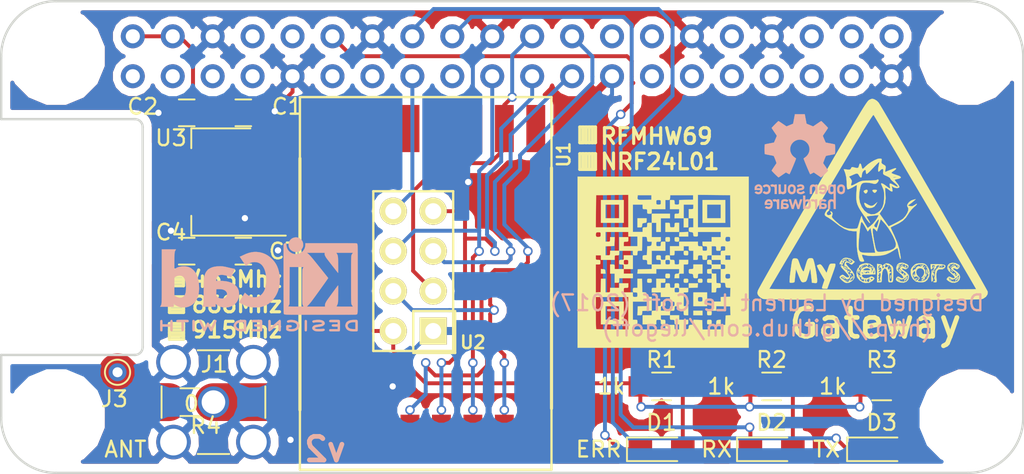
<source format=kicad_pcb>
(kicad_pcb (version 4) (host pcbnew 4.0.6)
  (layers (0 F.Cu signal) (31 B.Cu signal) (34 B.Paste user) (35 F.Paste user) (36 B.SilkS user) (37 F.SilkS user) (38 B.Mask user) (39 F.Mask user) (44 Edge.Cuts user))
  (net 0 "")
  (net 1 /L_ERR)
  (net 2 "Net-(D1-Pad2)")
  (net 3 /L_RX)
  (net 4 "Net-(D2-Pad2)")
  (net 5 /L_TX)
  (net 6 "Net-(D3-Pad2)")
  (net 7 GND)
  (net 8 /ANT)
  (net 9 "Net-(J2-Pad1)")
  (net 10 "Net-(J2-Pad3)")
  (net 11 "Net-(J2-Pad5)")
  (net 12 "Net-(J2-Pad7)")
  (net 13 "Net-(J2-Pad8)")
  (net 14 "Net-(J2-Pad10)")
  (net 15 "Net-(J2-Pad11)")
  (net 16 "Net-(J2-Pad13)")
  (net 17 /IRQ)
  (net 18 +3V3)
  (net 19 /MOSI)
  (net 20 /MISO)
  (net 21 /CE)
  (net 22 /SCLK)
  (net 23 /CS0)
  (net 24 "Net-(J2-Pad26)")
  (net 25 "Net-(J2-Pad27)")
  (net 26 "Net-(J2-Pad28)")
  (net 27 "Net-(J2-Pad29)")
  (net 28 "Net-(J2-Pad31)")
  (net 29 "Net-(J2-Pad32)")
  (net 30 "Net-(J2-Pad33)")
  (net 31 "Net-(J2-Pad35)")
  (net 32 "Net-(J2-Pad36)")
  (net 33 "Net-(J2-Pad37)")
  (net 34 "Net-(J2-Pad38)")
  (net 35 "Net-(J2-Pad40)")
  (net 36 "Net-(U1-Pad1)")
  (net 37 "Net-(U1-Pad3)")
  (net 38 "Net-(U1-Pad4)")
  (net 39 "Net-(U1-Pad5)")
  (net 40 "Net-(U1-Pad6)")
  (net 41 "Net-(U1-Pad7)")
  (net 42 "Net-(U1-Pad16)")
  (net 43 "Net-(J3-Pad1)")
  (net 44 +5V)
  (net 45 "Net-(J2-Pad17)")
  (module Symbols:KiCad-Logo2_6mm_SilkScreen (layer B.Cu) (at 132.4 119.5 180)
    (fp_text reference REF*** hide)
    (fp_text value KiCad-Logo2_6mm_SilkScreen hide)
  )
  (module _LaurentPerso:RaspberryPiZeroHAT (layer F.Cu) (at 148.5011 105.0036)
    (fp_text reference J2 hide)
    (fp_text value CONN_02X20)
    (pad 1 thru_hole circle (at -24.13 1.27) (size 1.524 1.524) (drill 0.9) (layers *.Cu *.Mask) (net 9 "Net-(J2-Pad1)"))
    (pad 2 thru_hole circle (at -24.13 -1.27) (size 1.524 1.524) (drill 0.9) (layers *.Cu *.Mask) (net 44 +5V))
    (pad 3 thru_hole circle (at -21.59 1.27) (size 1.524 1.524) (drill 0.9) (layers *.Cu *.Mask) (net 10 "Net-(J2-Pad3)"))
    (pad 4 thru_hole circle (at -21.59 -1.27) (size 1.524 1.524) (drill 0.9) (layers *.Cu *.Mask) (net 44 +5V))
    (pad 5 thru_hole circle (at -19.05 1.27) (size 1.524 1.524) (drill 0.9) (layers *.Cu *.Mask) (net 11 "Net-(J2-Pad5)"))
    (pad 6 thru_hole circle (at -19.05 -1.27) (size 1.524 1.524) (drill 0.9) (layers *.Cu *.Mask) (net 7 GND))
    (pad 7 thru_hole circle (at -16.51 1.27) (size 1.524 1.524) (drill 0.9) (layers *.Cu *.Mask) (net 12 "Net-(J2-Pad7)"))
    (pad 8 thru_hole circle (at -16.51 -1.27) (size 1.524 1.524) (drill 0.9) (layers *.Cu *.Mask) (net 13 "Net-(J2-Pad8)"))
    (pad 9 thru_hole circle (at -13.97 1.27) (size 1.524 1.524) (drill 0.9) (layers *.Cu *.Mask) (net 7 GND))
    (pad 10 thru_hole circle (at -13.97 -1.27) (size 1.524 1.524) (drill 0.9) (layers *.Cu *.Mask) (net 14 "Net-(J2-Pad10)"))
    (pad 11 thru_hole circle (at -11.43 1.27) (size 1.524 1.524) (drill 0.9) (layers *.Cu *.Mask) (net 15 "Net-(J2-Pad11)"))
    (pad 12 thru_hole circle (at -11.43 -1.27) (size 1.524 1.524) (drill 0.9) (layers *.Cu *.Mask) (net 1 /L_ERR))
    (pad 13 thru_hole circle (at -8.89 1.27) (size 1.524 1.524) (drill 0.9) (layers *.Cu *.Mask) (net 16 "Net-(J2-Pad13)"))
    (pad 14 thru_hole circle (at -8.89 -1.27) (size 1.524 1.524) (drill 0.9) (layers *.Cu *.Mask) (net 7 GND))
    (pad 15 thru_hole circle (at -6.35 1.27) (size 1.524 1.524) (drill 0.9) (layers *.Cu *.Mask) (net 17 /IRQ))
    (pad 16 thru_hole circle (at -6.35 -1.27) (size 1.524 1.524) (drill 0.9) (layers *.Cu *.Mask) (net 3 /L_RX))
    (pad 17 thru_hole circle (at -3.81 1.27) (size 1.524 1.524) (drill 0.9) (layers *.Cu *.Mask) (net 45 "Net-(J2-Pad17)"))
    (pad 18 thru_hole circle (at -3.81 -1.27) (size 1.524 1.524) (drill 0.9) (layers *.Cu *.Mask) (net 5 /L_TX))
    (pad 19 thru_hole circle (at -1.27 1.27) (size 1.524 1.524) (drill 0.9) (layers *.Cu *.Mask) (net 19 /MOSI))
    (pad 20 thru_hole circle (at -1.27 -1.27) (size 1.524 1.524) (drill 0.9) (layers *.Cu *.Mask) (net 7 GND))
    (pad 21 thru_hole circle (at 1.27 1.27) (size 1.524 1.524) (drill 0.9) (layers *.Cu *.Mask) (net 20 /MISO))
    (pad 22 thru_hole circle (at 1.27 -1.27) (size 1.524 1.524) (drill 0.9) (layers *.Cu *.Mask) (net 21 /CE))
    (pad 23 thru_hole circle (at 3.81 1.27) (size 1.524 1.524) (drill 0.9) (layers *.Cu *.Mask) (net 22 /SCLK))
    (pad 24 thru_hole circle (at 3.81 -1.27) (size 1.524 1.524) (drill 0.9) (layers *.Cu *.Mask) (net 23 /CS0))
    (pad 25 thru_hole circle (at 6.35 1.27) (size 1.524 1.524) (drill 0.9) (layers *.Cu *.Mask) (net 7 GND))
    (pad 26 thru_hole circle (at 6.35 -1.27) (size 1.524 1.524) (drill 0.9) (layers *.Cu *.Mask) (net 24 "Net-(J2-Pad26)"))
    (pad 27 thru_hole circle (at 8.89 1.27) (size 1.524 1.524) (drill 0.9) (layers *.Cu *.Mask) (net 25 "Net-(J2-Pad27)"))
    (pad 28 thru_hole circle (at 8.89 -1.27) (size 1.524 1.524) (drill 0.9) (layers *.Cu *.Mask) (net 26 "Net-(J2-Pad28)"))
    (pad 29 thru_hole circle (at 11.43 1.27) (size 1.524 1.524) (drill 0.9) (layers *.Cu *.Mask) (net 27 "Net-(J2-Pad29)"))
    (pad 30 thru_hole circle (at 11.43 -1.27) (size 1.524 1.524) (drill 0.9) (layers *.Cu *.Mask) (net 7 GND))
    (pad 31 thru_hole circle (at 13.97 1.27) (size 1.524 1.524) (drill 0.9) (layers *.Cu *.Mask) (net 28 "Net-(J2-Pad31)"))
    (pad 32 thru_hole circle (at 13.97 -1.27) (size 1.524 1.524) (drill 0.9) (layers *.Cu *.Mask) (net 29 "Net-(J2-Pad32)"))
    (pad 33 thru_hole circle (at 16.51 1.27) (size 1.524 1.524) (drill 0.9) (layers *.Cu *.Mask) (net 30 "Net-(J2-Pad33)"))
    (pad 34 thru_hole circle (at 16.51 -1.27) (size 1.524 1.524) (drill 0.9) (layers *.Cu *.Mask) (net 7 GND))
    (pad 35 thru_hole circle (at 19.05 1.27) (size 1.524 1.524) (drill 0.9) (layers *.Cu *.Mask) (net 31 "Net-(J2-Pad35)"))
    (pad 36 thru_hole circle (at 19.05 -1.27) (size 1.524 1.524) (drill 0.9) (layers *.Cu *.Mask) (net 32 "Net-(J2-Pad36)"))
    (pad 37 thru_hole circle (at 21.59 1.27) (size 1.524 1.524) (drill 0.9) (layers *.Cu *.Mask) (net 33 "Net-(J2-Pad37)"))
    (pad 38 thru_hole circle (at 21.59 -1.27) (size 1.524 1.524) (drill 0.9) (layers *.Cu *.Mask) (net 34 "Net-(J2-Pad38)"))
    (pad 39 thru_hole circle (at 24.13 1.27) (size 1.524 1.524) (drill 0.9) (layers *.Cu *.Mask) (net 7 GND))
    (pad 40 thru_hole circle (at 24.13 -1.27) (size 1.524 1.524) (drill 0.9) (layers *.Cu *.Mask) (net 35 "Net-(J2-Pad40)"))
    (pad "" np_thru_hole circle (at -29 0) (size 2.75 2.75) (drill 2.75) (layers *.Cu *.Mask) (clearance 1.72))
    (pad "" np_thru_hole circle (at 29 0) (size 2.75 2.75) (drill 2.75) (layers *.Cu *.Mask) (clearance 1.72))
    (pad "" np_thru_hole circle (at 29 23) (size 2.75 2.75) (drill 2.75) (layers *.Cu *.Mask) (clearance 1.72))
    (pad "" np_thru_hole circle (at -29 23) (size 2.75 2.75) (drill 2.75) (layers *.Cu *.Mask) (clearance 1.72))
  )
  (module mysensors_radios:NRF24L01 (layer F.Cu) (at 145 124 270)
    (fp_text reference U2 (at -0.8 -1 360) (layer F.SilkS) (effects (font (size 0.8 0.8) (thickness 0.16))))
    (fp_text value NRF24L01 hide)
    (pad 7 thru_hole oval (at -9.144 1.524 270) (size 1.7272 1.7272) (drill 1.016) (layers *.Cu *.Mask F.SilkS) (net 20 /MISO))
    (pad 8 thru_hole oval (at -9.144 4.064 270) (size 1.7272 1.7272) (drill 1.016) (layers *.Cu *.Mask F.SilkS) (net 17 /IRQ))
    (pad 5 thru_hole oval (at -6.604 1.524 270) (size 1.7272 1.7272) (drill 1.016) (layers *.Cu *.Mask F.SilkS) (net 22 /SCLK))
    (pad 6 thru_hole oval (at -6.604 4.064 270) (size 1.7272 1.7272) (drill 1.016) (layers *.Cu *.Mask F.SilkS) (net 19 /MOSI))
    (pad 3 thru_hole oval (at -4.064 1.524 270) (size 1.7272 1.7272) (drill 1.016) (layers *.Cu *.Mask F.SilkS) (net 21 /CE))
    (pad 4 thru_hole oval (at -4.064 4.064 270) (size 1.7272 1.7272) (drill 1.016) (layers *.Cu *.Mask F.SilkS) (net 23 /CS0))
    (pad 1 thru_hole rect (at -1.524 1.524 270) (size 1.7272 1.7272) (drill 1.016) (layers *.Cu *.Mask F.SilkS) (net 7 GND))
    (pad 2 thru_hole oval (at -1.524 4.064 270) (size 1.7272 1.7272) (drill 1.016) (layers *.Cu *.Mask F.SilkS) (net 18 +3V3))
  )
  (module LEDs:LED_0805_HandSoldering (layer F.Cu) (at 158 130)
    (fp_text reference D1 (at 0 -1.7) (layer F.SilkS))
    (fp_text value ERR (at -4 0) (layer F.SilkS))
    (pad 1 smd rect (at -1.35 0) (size 1.5 1.3) (layers F.Cu F.Paste F.Mask) (net 1 /L_ERR))
    (pad 2 smd rect (at 1.35 0) (size 1.5 1.3) (layers F.Cu F.Paste F.Mask) (net 2 "Net-(D1-Pad2)"))
  )
  (module LEDs:LED_0805_HandSoldering (layer F.Cu) (at 165 130)
    (fp_text reference D2 (at 0 -1.7) (layer F.SilkS))
    (fp_text value RX (at -3.5 0) (layer F.SilkS))
    (pad 1 smd rect (at -1.35 0) (size 1.5 1.3) (layers F.Cu F.Paste F.Mask) (net 3 /L_RX))
    (pad 2 smd rect (at 1.35 0) (size 1.5 1.3) (layers F.Cu F.Paste F.Mask) (net 4 "Net-(D2-Pad2)"))
  )
  (module LEDs:LED_0805_HandSoldering (layer F.Cu) (at 172 130)
    (fp_text reference D3 (at 0 -1.7) (layer F.SilkS))
    (fp_text value TX (at -3.5 0) (layer F.SilkS))
    (pad 1 smd rect (at -1.35 0) (size 1.5 1.3) (layers F.Cu F.Paste F.Mask) (net 5 /L_TX))
    (pad 2 smd rect (at 1.35 0) (size 1.5 1.3) (layers F.Cu F.Paste F.Mask) (net 6 "Net-(D3-Pad2)"))
  )
  (module Connectors:SMA_THT_Jack_Straight (layer F.Cu) (at 129.5 127)
    (fp_text reference J1 (at 0.05 -2.4) (layer F.SilkS))
    (fp_text value ANT (at -5.6 3) (layer F.SilkS))
    (pad 2 thru_hole circle (at -2.54 2.54) (size 2.2 2.2) (drill 1.7) (layers *.Cu *.Mask) (net 7 GND))
    (pad 2 thru_hole circle (at -2.54 -2.54) (size 2.2 2.2) (drill 1.7) (layers *.Cu *.Mask) (net 7 GND))
    (pad 2 thru_hole circle (at 2.54 -2.54) (size 2.2 2.2) (drill 1.7) (layers *.Cu *.Mask) (net 7 GND))
    (pad 2 thru_hole circle (at 2.54 2.54) (size 2.2 2.2) (drill 1.7) (layers *.Cu *.Mask) (net 7 GND))
    (pad 1 thru_hole circle (at 0 0) (size 2 2) (drill 1.5) (layers *.Cu *.Mask) (net 8 /ANT))
  )
  (module Resistors_SMD:R_0805_HandSoldering (layer F.Cu) (at 158 126)
    (fp_text reference R1 (at 0 -1.7) (layer F.SilkS))
    (fp_text value 1k (at -3.2 0) (layer F.SilkS))
    (pad 1 smd rect (at -1.35 0) (size 1.5 1.3) (layers F.Cu F.Paste F.Mask) (net 18 +3V3))
    (pad 2 smd rect (at 1.35 0) (size 1.5 1.3) (layers F.Cu F.Paste F.Mask) (net 2 "Net-(D1-Pad2)"))
  )
  (module Resistors_SMD:R_0805_HandSoldering (layer F.Cu) (at 165 126)
    (fp_text reference R2 (at 0 -1.7) (layer F.SilkS))
    (fp_text value 1k (at -3.2 0) (layer F.SilkS))
    (pad 1 smd rect (at -1.35 0) (size 1.5 1.3) (layers F.Cu F.Paste F.Mask) (net 18 +3V3))
    (pad 2 smd rect (at 1.35 0) (size 1.5 1.3) (layers F.Cu F.Paste F.Mask) (net 4 "Net-(D2-Pad2)"))
  )
  (module Resistors_SMD:R_0805_HandSoldering (layer F.Cu) (at 172 126)
    (fp_text reference R3 (at 0 -1.7) (layer F.SilkS))
    (fp_text value 1k (at -3.1 0) (layer F.SilkS))
    (pad 1 smd rect (at -1.35 0) (size 1.5 1.3) (layers F.Cu F.Paste F.Mask) (net 18 +3V3))
    (pad 2 smd rect (at 1.35 0) (size 1.5 1.3) (layers F.Cu F.Paste F.Mask) (net 6 "Net-(D3-Pad2)"))
  )
  (module Resistors_SMD:R_0805_HandSoldering (layer F.Cu) (at 128 127)
    (fp_text reference R4 (at 1 1.5) (layer F.SilkS))
    (fp_text value 0 (at 0.1 0.1) (layer F.SilkS))
    (pad 1 smd rect (at -1.35 0) (size 1.5 1.3) (layers F.Cu F.Paste F.Mask) (net 43 "Net-(J3-Pad1)"))
    (pad 2 smd rect (at 1.35 0) (size 1.5 1.3) (layers F.Cu F.Paste F.Mask) (net 8 /ANT))
  )
  (module Connectors:PINTST (layer F.Cu) (at 123.4 125.1)
    (fp_text reference J3 (at -0.2 1.7) (layer F.SilkS))
    (fp_text value CONN_01X01)
    (pad 1 thru_hole circle (at 0 0) (size 1.143 1.143) (drill 0.635) (layers *.Cu *.Mask) (net 43 "Net-(J3-Pad1)"))
  )
  (module mysensors_obscurities:MySensors-logo-sticker-large (layer F.Cu) (at 171.4 114.1)
    (fp_text reference G*** hide)
    (fp_text value LOGO hide)
  )
  (module module:qrcode (layer F.Cu) (at 158.1 118.1)
    (fp_text reference G*** hide)
    (fp_text value LOGO hide)
  )
  (module Symbols:OSHW-Logo_5.7x6mm_SilkScreen (layer B.Cu) (at 166.8 111.7 180)
    (fp_text reference REF*** hide)
    (fp_text value OSHW-Logo_5.7x6mm_SilkScreen hide)
  )
  (module mysensors_radios:RFM69HW_SMD_Handsoldering (layer F.Cu) (at 150 111 270)
    (fp_text reference U1 (at 0.254 -1.778 270) (layer F.SilkS) (effects (font (size 0.8 0.8) (thickness 0.16))))
    (fp_text value RFM69HW hide)
    (pad 1 smd rect (at -1.4 0 270) (size 3 1.2) (layers F.Cu F.Paste F.Mask) (net 36 "Net-(U1-Pad1)"))
    (pad 2 smd rect (at -1.4 2 270) (size 3 1.2) (layers F.Cu F.Paste F.Mask) (net 21 /CE))
    (pad 3 smd rect (at -1.4 4 270) (size 3 1.2) (layers F.Cu F.Paste F.Mask) (net 37 "Net-(U1-Pad3)"))
    (pad 4 smd rect (at -1.4 6 270) (size 3 1.2) (layers F.Cu F.Paste F.Mask) (net 38 "Net-(U1-Pad4)"))
    (pad 5 smd rect (at -1.4 8 270) (size 3 1.2) (layers F.Cu F.Paste F.Mask) (net 39 "Net-(U1-Pad5)"))
    (pad 6 smd rect (at -1.4 10 270) (size 3 1.2) (layers F.Cu F.Paste F.Mask) (net 40 "Net-(U1-Pad6)"))
    (pad 7 smd rect (at -1.4 12 270) (size 3 1.2) (layers F.Cu F.Paste F.Mask) (net 41 "Net-(U1-Pad7)"))
    (pad 8 smd rect (at -1.4 14 270) (size 3 1.2) (layers F.Cu F.Paste F.Mask) (net 18 +3V3))
    (pad 9 smd rect (at 18.3 14 270) (size 3 1.2) (layers F.Cu F.Paste F.Mask) (net 7 GND))
    (pad 10 smd rect (at 18.3 12 270) (size 3 1.2) (layers F.Cu F.Paste F.Mask) (net 8 /ANT))
    (pad 11 smd rect (at 18.3 10 270) (size 3 1.2) (layers F.Cu F.Paste F.Mask) (net 7 GND))
    (pad 12 smd rect (at 18.3 8 270) (size 3 1.2) (layers F.Cu F.Paste F.Mask) (net 22 /SCLK))
    (pad 13 smd rect (at 18.3 6 270) (size 3 1.2) (layers F.Cu F.Paste F.Mask) (net 20 /MISO))
    (pad 14 smd rect (at 18.3 4 270) (size 3 1.2) (layers F.Cu F.Paste F.Mask) (net 19 /MOSI))
    (pad 15 smd rect (at 18.3 2 270) (size 3 1.2) (layers F.Cu F.Paste F.Mask) (net 23 /CS0))
    (pad 16 smd rect (at 18.3 0 270) (size 3 1.2) (layers F.Cu F.Paste F.Mask) (net 42 "Net-(U1-Pad16)"))
  )
  (module Capacitors_SMD:C_0805 (layer F.Cu) (at 131.4 108.6)
    (fp_text reference C1 (at 2.8 -0.4) (layer F.SilkS))
    (fp_text value 10u)
    (pad 1 smd rect (at -1 0) (size 1 1.25) (layers F.Cu F.Paste F.Mask) (net 44 +5V))
    (pad 2 smd rect (at 1 0) (size 1 1.25) (layers F.Cu F.Paste F.Mask) (net 7 GND))
  )
  (module Capacitors_SMD:C_0805 (layer F.Cu) (at 127.8 108.6 180)
    (fp_text reference C2 (at 2.8 0.4 180) (layer F.SilkS))
    (fp_text value 100n)
    (pad 1 smd rect (at -1 0 180) (size 1 1.25) (layers F.Cu F.Paste F.Mask) (net 44 +5V))
    (pad 2 smd rect (at 1 0 180) (size 1 1.25) (layers F.Cu F.Paste F.Mask) (net 7 GND))
  )
  (module Capacitors_SMD:C_0805 (layer F.Cu) (at 131.4 117.4)
    (fp_text reference C3 (at 2.6 0) (layer F.SilkS))
    (fp_text value 10u)
    (pad 1 smd rect (at -1 0) (size 1 1.25) (layers F.Cu F.Paste F.Mask) (net 18 +3V3))
    (pad 2 smd rect (at 1 0) (size 1 1.25) (layers F.Cu F.Paste F.Mask) (net 7 GND))
  )
  (module Capacitors_SMD:C_0805 (layer F.Cu) (at 127.8 117.4 180)
    (fp_text reference C4 (at 1 1.2 180) (layer F.SilkS))
    (fp_text value 100n)
    (pad 1 smd rect (at -1 0 180) (size 1 1.25) (layers F.Cu F.Paste F.Mask) (net 18 +3V3))
    (pad 2 smd rect (at 1 0 180) (size 1 1.25) (layers F.Cu F.Paste F.Mask) (net 7 GND))
  )
  (module TO_SOT_Packages_SMD:SOT-223 (layer F.Cu) (at 130 113 180)
    (fp_text reference U3 (at 3.2 2.8 180) (layer F.SilkS))
    (fp_text value AP1117)
    (pad 4 smd rect (at 3.15 0 180) (size 2 3.8) (layers F.Cu F.Paste F.Mask) (net 18 +3V3))
    (pad 2 smd rect (at -3.15 0 180) (size 2 1.5) (layers F.Cu F.Paste F.Mask) (net 18 +3V3))
    (pad 3 smd rect (at -3.15 2.3 180) (size 2 1.5) (layers F.Cu F.Paste F.Mask) (net 44 +5V))
    (pad 1 smd rect (at -3.15 -2.3 180) (size 2 1.5) (layers F.Cu F.Paste F.Mask) (net 7 GND))
  )
  (gr_text v2 (at 136.6 130) (layer B.SilkS) (effects (font (size 1.5 1.5) (thickness 0.3)) (justify mirror)))
  (gr_line (start 126.7 122.8) (end 127.6 122.8) (angle 90) (layer F.SilkS) (width 0.2))
  (gr_line (start 126.7 122.6) (end 127.6 122.6) (angle 90) (layer F.SilkS) (width 0.2))
  (gr_line (start 126.7 122.4) (end 127.6 122.4) (angle 90) (layer F.SilkS) (width 0.2))
  (gr_line (start 126.7 122.2) (end 127.6 122.2) (angle 90) (layer F.SilkS) (width 0.2))
  (gr_line (start 126.8 121.1) (end 127.6 121.1) (angle 90) (layer F.SilkS) (width 0.2))
  (gr_line (start 126.7 120.9) (end 127.6 120.9) (angle 90) (layer F.SilkS) (width 0.2))
  (gr_line (start 126.7 120.7) (end 127.6 120.7) (angle 90) (layer F.SilkS) (width 0.2))
  (gr_line (start 126.7 120.5) (end 127.6 120.5) (angle 90) (layer F.SilkS) (width 0.2))
  (gr_line (start 126.8 119.4) (end 127.6 119.4) (angle 90) (layer F.SilkS) (width 0.2))
  (gr_line (start 126.7 119.2) (end 127.6 119.2) (angle 90) (layer F.SilkS) (width 0.2))
  (gr_line (start 126.7 119) (end 127.6 119) (angle 90) (layer F.SilkS) (width 0.2))
  (gr_line (start 126.7 118.8) (end 127.6 118.8) (angle 90) (layer F.SilkS) (width 0.2))
  (gr_line (start 126.7 119.6) (end 127.6 119.6) (angle 90) (layer F.SilkS) (width 0.2))
  (gr_line (start 126.7 118.6) (end 126.7 119.6) (angle 90) (layer F.SilkS) (width 0.2))
  (gr_line (start 127.6 118.6) (end 126.7 118.6) (angle 90) (layer F.SilkS) (width 0.2))
  (gr_line (start 127.6 119.6) (end 127.6 118.6) (angle 90) (layer F.SilkS) (width 0.2))
  (gr_line (start 126.7 121.3) (end 127.6 121.3) (angle 90) (layer F.SilkS) (width 0.2))
  (gr_line (start 126.7 120.3) (end 126.7 121.3) (angle 90) (layer F.SilkS) (width 0.2))
  (gr_line (start 127.6 120.3) (end 126.7 120.3) (angle 90) (layer F.SilkS) (width 0.2))
  (gr_line (start 127.6 121.3) (end 127.6 120.3) (angle 90) (layer F.SilkS) (width 0.2))
  (gr_line (start 126.7 123) (end 127.6 123) (angle 90) (layer F.SilkS) (width 0.2))
  (gr_line (start 126.7 122) (end 126.7 123) (angle 90) (layer F.SilkS) (width 0.2))
  (gr_line (start 127.6 122) (end 126.7 122) (angle 90) (layer F.SilkS) (width 0.2))
  (gr_line (start 127.6 123) (end 127.6 122) (angle 90) (layer F.SilkS) (width 0.2))
  (gr_text "433Mhz\n868Mhz\n915Mhz" (at 128 120.8) (layer F.SilkS) (effects (font (size 1 1) (thickness 0.2)) (justify left)))
  (gr_text "Designed by Laurent Le Goff (2017)\n(http://github.com/llegoff)" (at 164.7 121.5) (layer B.SilkS) (effects (font (size 1 1)) (justify mirror)))
  (gr_line (start 153 111.2) (end 153 112.2) (angle 90) (layer F.SilkS) (width 0.2))
  (gr_line (start 153.2 111.2) (end 153.2 112.2) (angle 90) (layer F.SilkS) (width 0.2))
  (gr_line (start 153.4 111.2) (end 153.4 112.2) (angle 90) (layer F.SilkS) (width 0.2))
  (gr_line (start 153.6 111.2) (end 153.6 112.2) (angle 90) (layer F.SilkS) (width 0.2))
  (gr_line (start 153 109.5) (end 153 110.5) (angle 90) (layer F.SilkS) (width 0.2))
  (gr_line (start 153.2 109.5) (end 153.2 110.5) (angle 90) (layer F.SilkS) (width 0.2))
  (gr_line (start 153.4 109.5) (end 153.4 110.5) (angle 90) (layer F.SilkS) (width 0.2))
  (gr_line (start 153.6 109.5) (end 153.6 110.5) (angle 90) (layer F.SilkS) (width 0.2))
  (gr_line (start 152.8 111.2) (end 153.8 111.2) (angle 90) (layer F.SilkS) (width 0.2))
  (gr_line (start 152.8 112.2) (end 152.8 111.2) (angle 90) (layer F.SilkS) (width 0.2))
  (gr_line (start 153.8 112.2) (end 152.8 112.2) (angle 90) (layer F.SilkS) (width 0.2))
  (gr_line (start 153.8 111.2) (end 153.8 112.2) (angle 90) (layer F.SilkS) (width 0.2))
  (gr_line (start 152.8 109.5) (end 153.8 109.5) (angle 90) (layer F.SilkS) (width 0.2))
  (gr_line (start 152.8 110.5) (end 152.8 109.5) (angle 90) (layer F.SilkS) (width 0.2))
  (gr_line (start 152.9 110.5) (end 152.8 110.5) (angle 90) (layer F.SilkS) (width 0.2))
  (gr_line (start 153.8 110.5) (end 152.9 110.5) (angle 90) (layer F.SilkS) (width 0.2))
  (gr_line (start 153.8 109.5) (end 153.8 110.5) (angle 90) (layer F.SilkS) (width 0.2))
  (gr_line (start 135 111.5) (end 135 127.5) (angle 90) (layer F.SilkS) (width 0.2))
  (gr_line (start 151 112.1) (end 151 127.4) (angle 90) (layer F.SilkS) (width 0.2))
  (gr_text "RFMHW69\nNRF24L01" (at 154 110.9) (layer F.SilkS) (effects (font (size 1 1) (thickness 0.2)) (justify left)))
  (gr_text Gateway (at 171.6 122) (layer F.SilkS) (effects (font (size 1.8 1.8) (thickness 0.3))))
  (gr_arc (start 124.5 123.5) (end 125 123.5) (angle 90) (layer Edge.Cuts) (width 0.15))
  (gr_arc (start 124.5 109.5) (end 124.5 109) (angle 90) (layer Edge.Cuts) (width 0.15))
  (gr_line (start 124.5 109) (end 116 109) (angle 90) (layer Edge.Cuts) (width 0.15))
  (gr_line (start 125 123.5) (end 125 109.5) (angle 90) (layer Edge.Cuts) (width 0.15))
  (gr_line (start 116 124) (end 124.5 124) (angle 90) (layer Edge.Cuts) (width 0.15))
  (gr_arc (start 119.5 105) (end 116 105) (angle 90) (layer Edge.Cuts) (width 0.15))
  (gr_arc (start 119.5 128) (end 119.5 131.5) (angle 90) (layer Edge.Cuts) (width 0.15))
  (gr_arc (start 177.5 128) (end 181 128) (angle 90) (layer Edge.Cuts) (width 0.15))
  (gr_arc (start 177.5 105) (end 177.5 101.5) (angle 90) (layer Edge.Cuts) (width 0.15))
  (gr_line (start 177.5 131.5) (end 119.5 131.5) (angle 90) (layer Edge.Cuts) (width 0.15))
  (gr_line (start 181 105) (end 181 128) (angle 90) (layer Edge.Cuts) (width 0.15))
  (gr_line (start 119.5 101.5) (end 177.5 101.5) (angle 90) (layer Edge.Cuts) (width 0.15))
  (gr_line (start 116 124) (end 116 128) (angle 90) (layer Edge.Cuts) (width 0.15))
  (gr_line (start 116 105) (end 116 109) (angle 90) (layer Edge.Cuts) (width 0.15))
  (segment (start 156.65 130) (end 155.3 130) (width 0.25) (layer F.Cu) (net 1))
  (segment (start 156.2 106.7) (end 156.1 106.7) (width 0.25) (layer F.Cu) (net 1))
  (segment (start 156.1 106.8) (end 156.2 106.7) (width 0.25) (layer F.Cu) (net 1))
  (segment (start 156.1 108) (end 156.1 106.8) (width 0.25) (layer F.Cu) (net 1))
  (segment (start 155.4 108.7) (end 156.1 108) (width 0.25) (layer F.Cu) (net 1))
  (via (at 155.4 108.7) (size 0.6) (drill 0.4) (layers F.Cu B.Cu) (net 1))
  (segment (start 154.4 109.7) (end 155.4 108.7) (width 0.25) (layer B.Cu) (net 1))
  (segment (start 154.4 129.1) (end 154.4 109.7) (width 0.25) (layer B.Cu) (net 1))
  (via (at 154.4 129.1) (size 0.6) (drill 0.4) (layers F.Cu B.Cu) (net 1))
  (segment (start 155.3 130) (end 154.4 129.1) (width 0.25) (layer F.Cu) (net 1))
  (segment (start 137.0711 103.7336) (end 137.0711 103.7711) (width 0.25) (layer F.Cu) (net 1))
  (segment (start 137.0711 103.7711) (end 138.3 105) (width 0.25) (layer F.Cu) (net 1))
  (segment (start 156.1 105.3) (end 156.1 106.7) (width 0.25) (layer F.Cu) (net 1))
  (segment (start 155.8 105) (end 156.1 105.3) (width 0.25) (layer F.Cu) (net 1))
  (segment (start 138.3 105) (end 155.8 105) (width 0.25) (layer F.Cu) (net 1))
  (segment (start 159.35 126) (end 159.35 130) (width 0.25) (layer F.Cu) (net 2))
  (segment (start 156.2 128.6) (end 155.4 127.8) (width 0.25) (layer B.Cu) (net 3))
  (segment (start 158.7 107.5) (end 158.7 105) (width 0.25) (layer B.Cu) (net 3))
  (segment (start 155.4 110.8) (end 158.7 107.5) (width 0.25) (layer B.Cu) (net 3))
  (segment (start 155.4 127.8) (end 155.4 110.8) (width 0.25) (layer B.Cu) (net 3))
  (segment (start 142.1511 103.7336) (end 142.1511 103.3489) (width 0.25) (layer B.Cu) (net 3))
  (segment (start 142.1511 103.3489) (end 143.5 102) (width 0.25) (layer B.Cu) (net 3))
  (segment (start 158.7 102.9) (end 158.7 105) (width 0.25) (layer B.Cu) (net 3))
  (segment (start 157.8 102) (end 158.7 102.9) (width 0.25) (layer B.Cu) (net 3))
  (segment (start 143.5 102) (end 157.8 102) (width 0.25) (layer B.Cu) (net 3))
  (segment (start 156.2 128.6) (end 163.6 128.6) (width 0.25) (layer B.Cu) (net 3))
  (via (at 163.6 128.6) (size 0.6) (drill 0.4) (layers F.Cu B.Cu) (net 3))
  (segment (start 163.6 128.6) (end 163.65 128.65) (width 0.25) (layer F.Cu) (net 3))
  (segment (start 163.65 128.65) (end 163.65 130) (width 0.25) (layer F.Cu) (net 3))
  (segment (start 166.35 126) (end 166.35 130) (width 0.25) (layer F.Cu) (net 4))
  (segment (start 155.4 128.8) (end 154.9 128.3) (width 0.25) (layer B.Cu) (net 5))
  (segment (start 156.1 109.4) (end 156.1 106.9) (width 0.25) (layer B.Cu) (net 5))
  (segment (start 154.9 110.6) (end 156.1 109.4) (width 0.25) (layer B.Cu) (net 5))
  (segment (start 154.9 128.3) (end 154.9 110.6) (width 0.25) (layer B.Cu) (net 5))
  (segment (start 156.1 106.5) (end 156.1 106.3) (width 0.25) (layer B.Cu) (net 5))
  (segment (start 156.1 106.9) (end 156.1 106.5) (width 0.25) (layer B.Cu) (net 5))
  (segment (start 155.4 128.8) (end 155.9 129.3) (width 0.25) (layer B.Cu) (net 5))
  (segment (start 157.2 129.3) (end 155.9 129.3) (width 0.25) (layer B.Cu) (net 5))
  (segment (start 157.2 129.3) (end 169.1 129.3) (width 0.25) (layer B.Cu) (net 5))
  (via (at 169.1 129.3) (size 0.6) (drill 0.4) (layers F.Cu B.Cu) (net 5))
  (segment (start 169.1 129.3) (end 169.8 130) (width 0.25) (layer F.Cu) (net 5))
  (segment (start 169.8 130) (end 170.65 130) (width 0.25) (layer F.Cu) (net 5))
  (segment (start 144.6911 103.7336) (end 144.6911 103.7089) (width 0.25) (layer B.Cu) (net 5))
  (segment (start 144.6911 103.7089) (end 145.9 102.5) (width 0.25) (layer B.Cu) (net 5))
  (segment (start 156.1 103) (end 156.1 106.3) (width 0.25) (layer B.Cu) (net 5))
  (segment (start 155.6 102.5) (end 156.1 103) (width 0.25) (layer B.Cu) (net 5))
  (segment (start 145.9 102.5) (end 155.6 102.5) (width 0.25) (layer B.Cu) (net 5))
  (segment (start 173.35 126) (end 173.35 130) (width 0.25) (layer F.Cu) (net 6))
  (segment (start 132.4 117.4) (end 133.552 117.4) (width 0.25) (layer F.Cu) (net 7))
  (via (at 133.604 117.348) (size 0.6) (drill 0.4) (layers F.Cu B.Cu) (net 7))
  (segment (start 133.552 117.4) (end 133.604 117.348) (width 0.25) (layer F.Cu) (net 7))
  (segment (start 143.476 122.476) (end 143.424 122.476) (width 0.25) (layer B.Cu) (net 7))
  (segment (start 143.424 122.476) (end 140.9 125) (width 0.25) (layer B.Cu) (net 7))
  (segment (start 140.9 125) (end 140.9 126) (width 0.25) (layer B.Cu) (net 7))
  (via (at 140.9 126) (size 0.6) (drill 0.4) (layers F.Cu B.Cu) (net 7))
  (segment (start 140.9 126) (end 140.95 126.05) (width 0.25) (layer F.Cu) (net 7))
  (segment (start 140.95 126.05) (end 140.95 126.95) (width 0.25) (layer F.Cu) (net 7))
  (segment (start 126.8 108.6) (end 126 108.6) (width 0.25) (layer F.Cu) (net 7))
  (via (at 126 108.6) (size 0.6) (drill 0.4) (layers F.Cu B.Cu) (net 7))
  (segment (start 132.5 108.5) (end 133.4 108.5) (width 0.25) (layer B.Cu) (net 7))
  (via (at 133.4 108.5) (size 0.6) (drill 0.4) (layers F.Cu B.Cu) (net 7))
  (segment (start 133.4 108.5) (end 133.35 108.45) (width 0.25) (layer F.Cu) (net 7))
  (segment (start 133.35 108.45) (end 133.4 108.5) (width 0.25) (layer F.Cu) (net 7))
  (segment (start 133.4 108.5) (end 133.4 108.4) (width 0.25) (layer F.Cu) (net 7))
  (segment (start 133.15 115.3) (end 131.5 115.3) (width 0.25) (layer F.Cu) (net 7))
  (via (at 131.5 115.3) (size 0.6) (drill 0.4) (layers F.Cu B.Cu) (net 7))
  (segment (start 126.8 117.4) (end 126.8 116.1) (width 0.25) (layer F.Cu) (net 7))
  (via (at 126.8 116.1) (size 0.6) (drill 0.4) (layers F.Cu B.Cu) (net 7))
  (segment (start 136 129.3) (end 134.5 129.3) (width 0.25) (layer F.Cu) (net 7))
  (via (at 134.4 129.4) (size 0.6) (drill 0.4) (layers F.Cu B.Cu) (net 7))
  (segment (start 134.5 129.3) (end 134.4 129.4) (width 0.25) (layer F.Cu) (net 7))
  (segment (start 132.4 108.6) (end 133.2 108.6) (width 0.25) (layer F.Cu) (net 7))
  (segment (start 134.5311 107.2689) (end 134.5311 106.2736) (width 0.25) (layer F.Cu) (net 7))
  (segment (start 133.2 108.6) (end 133.4 108.4) (width 0.25) (layer F.Cu) (net 7))
  (segment (start 133.4 108.4) (end 134.5311 107.2689) (width 0.25) (layer F.Cu) (net 7))
  (segment (start 147.2311 103.7336) (end 147.2311 103.8689) (width 0.25) (layer B.Cu) (net 7))
  (segment (start 147.2311 103.8689) (end 146 105.1) (width 0.25) (layer B.Cu) (net 7))
  (segment (start 146 105.1) (end 146 111.3) (width 0.25) (layer B.Cu) (net 7))
  (segment (start 146 111.3) (end 145.7 111.6) (width 0.25) (layer B.Cu) (net 7))
  (segment (start 145.7 111.6) (end 145.7 113) (width 0.25) (layer B.Cu) (net 7))
  (via (at 145.7 113) (size 0.6) (drill 0.4) (layers F.Cu B.Cu) (net 7))
  (segment (start 153.7 112.9) (end 153.7 113.9) (width 0.25) (layer B.Cu) (net 7))
  (segment (start 153.7 113.9) (end 153.1 114.5) (width 0.25) (layer B.Cu) (net 7))
  (segment (start 153.7 112.4) (end 153.7 112.9) (width 0.25) (layer B.Cu) (net 7))
  (segment (start 154.8511 107.4489) (end 153.7 108.6) (width 0.25) (layer B.Cu) (net 7))
  (segment (start 153.7 108.6) (end 153.7 112.4) (width 0.25) (layer B.Cu) (net 7))
  (segment (start 154.8511 107.4489) (end 154.8511 106.2736) (width 0.25) (layer B.Cu) (net 7))
  (segment (start 136 129.3) (end 136 128.1) (width 0.25) (layer F.Cu) (net 7))
  (segment (start 136 129.3) (end 136 128.4) (width 0.25) (layer F.Cu) (net 7))
  (segment (start 140 129.3) (end 140 127.9) (width 0.25) (layer F.Cu) (net 7))
  (segment (start 140 127.9) (end 140.95 126.95) (width 0.25) (layer F.Cu) (net 7))
  (segment (start 140.95 126.95) (end 141.4 126.5) (width 0.25) (layer F.Cu) (net 7))
  (segment (start 134.45 126.05) (end 138 126.05) (width 2.4) (layer F.Cu) (net 8))
  (segment (start 138 126.05) (end 138 127) (width 2.4) (layer F.Cu) (net 8))
  (segment (start 138 127) (end 138 129.3) (width 0.25) (layer F.Cu) (net 8))
  (segment (start 129.5 127) (end 133 127) (width 2.4) (layer F.Cu) (net 8))
  (segment (start 133 127) (end 133.5 127) (width 2.4) (layer F.Cu) (net 8))
  (segment (start 133.5 127) (end 134.45 126.05) (width 2.4) (layer F.Cu) (net 8))
  (segment (start 138 128) (end 138 129.3) (width 0.25) (layer F.Cu) (net 8))
  (segment (start 142.1511 106.2736) (end 142.1511 113.6409) (width 0.25) (layer B.Cu) (net 17))
  (segment (start 142.1511 113.6409) (end 140.936 114.856) (width 0.25) (layer B.Cu) (net 17))
  (segment (start 130.4 117.4) (end 130.4 114) (width 0.25) (layer F.Cu) (net 18))
  (segment (start 131.4 113) (end 133.15 113) (width 0.25) (layer F.Cu) (net 18))
  (segment (start 130.4 114) (end 131.4 113) (width 0.25) (layer F.Cu) (net 18))
  (segment (start 128.8 117.4) (end 130.4 117.4) (width 0.25) (layer F.Cu) (net 18))
  (segment (start 133.15 113) (end 134.5 113) (width 0.25) (layer F.Cu) (net 18))
  (segment (start 134.5 113) (end 136 111.5) (width 0.25) (layer F.Cu) (net 18))
  (segment (start 136 109.6) (end 136 111.5) (width 0.25) (layer F.Cu) (net 18))
  (segment (start 136 111.5) (end 137.6 113.1) (width 0.25) (layer F.Cu) (net 18))
  (segment (start 137.6 113.1) (end 139.1 114.6) (width 0.25) (layer F.Cu) (net 18))
  (segment (start 139.1 114.6) (end 139.1 121.9) (width 0.25) (layer F.Cu) (net 18))
  (segment (start 139.1 121.9) (end 139.676 122.476) (width 0.25) (layer F.Cu) (net 18))
  (segment (start 139.676 122.476) (end 140.936 122.476) (width 0.25) (layer F.Cu) (net 18))
  (segment (start 163.6 127.3) (end 170.6 127.3) (width 0.25) (layer B.Cu) (net 18))
  (segment (start 170.65 127.25) (end 170.65 126) (width 0.25) (layer F.Cu) (net 18))
  (segment (start 170.6 127.3) (end 170.65 127.25) (width 0.25) (layer F.Cu) (net 18))
  (via (at 170.6 127.3) (size 0.6) (drill 0.4) (layers F.Cu B.Cu) (net 18))
  (segment (start 156.65 126) (end 156.65 127.25) (width 0.25) (layer F.Cu) (net 18))
  (segment (start 163.65 127.25) (end 163.65 126) (width 0.25) (layer F.Cu) (net 18))
  (segment (start 163.6 127.3) (end 163.65 127.25) (width 0.25) (layer F.Cu) (net 18))
  (via (at 163.6 127.3) (size 0.6) (drill 0.4) (layers F.Cu B.Cu) (net 18))
  (segment (start 156.7 127.3) (end 163.6 127.3) (width 0.25) (layer B.Cu) (net 18))
  (via (at 156.7 127.3) (size 0.6) (drill 0.4) (layers F.Cu B.Cu) (net 18))
  (segment (start 156.65 127.25) (end 156.7 127.3) (width 0.25) (layer F.Cu) (net 18))
  (segment (start 140.936 122.476) (end 140.936 123.736) (width 0.25) (layer F.Cu) (net 18))
  (segment (start 143 125.8) (end 156.45 125.8) (width 0.25) (layer F.Cu) (net 18))
  (segment (start 140.936 123.736) (end 143 125.8) (width 0.25) (layer F.Cu) (net 18))
  (segment (start 156.45 125.8) (end 156.65 126) (width 0.25) (layer F.Cu) (net 18))
  (segment (start 146 124.5) (end 146 127.5) (width 0.25) (layer B.Cu) (net 19))
  (segment (start 146 127.5) (end 146 129.3) (width 0.25) (layer F.Cu) (net 19))
  (via (at 146 127.5) (size 0.6) (drill 0.4) (layers F.Cu B.Cu) (net 19))
  (segment (start 147.2311 106.2736) (end 147.2311 111.4689) (width 0.25) (layer B.Cu) (net 19))
  (segment (start 146.4 112.3) (end 146.4 114) (width 0.25) (layer B.Cu) (net 19))
  (segment (start 147.2311 111.4689) (end 146.4 112.3) (width 0.25) (layer B.Cu) (net 19))
  (segment (start 140.936 117.396) (end 141.004 117.396) (width 0.25) (layer B.Cu) (net 19))
  (segment (start 141.004 117.396) (end 142.3 116.1) (width 0.25) (layer B.Cu) (net 19))
  (segment (start 142.3 116.1) (end 146.4 116.1) (width 0.25) (layer B.Cu) (net 19))
  (segment (start 146.4 117.4) (end 146.4 116.1) (width 0.25) (layer B.Cu) (net 19))
  (segment (start 146.4 116.1) (end 146.4 114) (width 0.25) (layer B.Cu) (net 19))
  (segment (start 146 119.6) (end 146 117.8) (width 0.25) (layer F.Cu) (net 19))
  (segment (start 146 117.8) (end 146.4 117.4) (width 0.25) (layer F.Cu) (net 19))
  (segment (start 146 124.5) (end 146 124.75) (width 0.25) (layer F.Cu) (net 19))
  (via (at 146 124.5) (size 0.6) (drill 0.4) (layers F.Cu B.Cu) (net 19))
  (segment (start 146 119.6) (end 146 124.75) (width 0.25) (layer F.Cu) (net 19))
  (via (at 146.4 117.4) (size 0.6) (drill 0.4) (layers F.Cu B.Cu) (net 19))
  (segment (start 144 124.5) (end 144 127.5) (width 0.25) (layer B.Cu) (net 20))
  (via (at 144 127.5) (size 0.6) (drill 0.4) (layers F.Cu B.Cu) (net 20))
  (segment (start 144 127.5) (end 144 129.3) (width 0.25) (layer F.Cu) (net 20))
  (segment (start 149.7711 106.2736) (end 149.7711 107.6289) (width 0.25) (layer B.Cu) (net 20))
  (segment (start 146.9 112.6) (end 146.9 114) (width 0.25) (layer B.Cu) (net 20))
  (segment (start 147.8 111.7) (end 146.9 112.6) (width 0.25) (layer B.Cu) (net 20))
  (segment (start 147.8 109.6) (end 147.8 111.7) (width 0.25) (layer B.Cu) (net 20))
  (segment (start 149.7711 107.6289) (end 147.8 109.6) (width 0.25) (layer B.Cu) (net 20))
  (segment (start 144.8 114.856) (end 144.956 114.856) (width 0.25) (layer F.Cu) (net 20))
  (segment (start 144.956 114.856) (end 145.5 115.4) (width 0.25) (layer F.Cu) (net 20))
  (segment (start 147.4 117.4) (end 147.4 117.2) (width 0.25) (layer F.Cu) (net 20))
  (via (at 147.4 117.4) (size 0.6) (drill 0.4) (layers F.Cu B.Cu) (net 20))
  (segment (start 147.4 116.849998) (end 146.9 116.349998) (width 0.25) (layer B.Cu) (net 20))
  (segment (start 146.9 116.349998) (end 146.9 114) (width 0.25) (layer B.Cu) (net 20))
  (segment (start 147.4 117.4) (end 147.4 116.849998) (width 0.25) (layer B.Cu) (net 20))
  (segment (start 147.4 117.2) (end 146.8 116.6) (width 0.25) (layer F.Cu) (net 20))
  (segment (start 146.8 116.6) (end 145.5 116.6) (width 0.25) (layer F.Cu) (net 20))
  (segment (start 144.7 114.856) (end 144.8 114.856) (width 0.25) (layer F.Cu) (net 20))
  (segment (start 145.5 119.4) (end 145.5 116.6) (width 0.25) (layer F.Cu) (net 20))
  (segment (start 145.5 123.5) (end 145.5 119.4) (width 0.25) (layer F.Cu) (net 20))
  (via (at 144 124.5) (size 0.6) (drill 0.4) (layers F.Cu B.Cu) (net 20))
  (segment (start 144.5 124.5) (end 145.5 123.5) (width 0.25) (layer F.Cu) (net 20))
  (segment (start 144 124.5) (end 144.5 124.5) (width 0.25) (layer F.Cu) (net 20))
  (segment (start 145.5 116.6) (end 145.5 115.4) (width 0.25) (layer F.Cu) (net 20))
  (segment (start 144.7 114.856) (end 143.476 114.856) (width 0.25) (layer F.Cu) (net 20))
  (segment (start 142.2 114.1) (end 142.2 113.6) (width 0.25) (layer F.Cu) (net 21))
  (segment (start 144 111.8) (end 144.8 111.8) (width 0.25) (layer F.Cu) (net 21))
  (segment (start 142.2 113.6) (end 144 111.8) (width 0.25) (layer F.Cu) (net 21))
  (segment (start 148 109.6) (end 148 110.9) (width 0.25) (layer F.Cu) (net 21))
  (segment (start 148 110.9) (end 147.1 111.8) (width 0.25) (layer F.Cu) (net 21))
  (segment (start 147.1 111.8) (end 144.8 111.8) (width 0.25) (layer F.Cu) (net 21))
  (segment (start 143.476 119.936) (end 143.476 119.926) (width 0.25) (layer F.Cu) (net 21))
  (segment (start 143.476 119.926) (end 142.2 118.65) (width 0.25) (layer F.Cu) (net 21))
  (segment (start 142.2 118.65) (end 142.2 114.1) (width 0.25) (layer F.Cu) (net 21))
  (segment (start 149.7711 103.7336) (end 149.7164 103.7336) (width 0.25) (layer B.Cu) (net 21))
  (segment (start 149.7164 103.7336) (end 148.5 104.95) (width 0.25) (layer B.Cu) (net 21))
  (segment (start 148.5 104.95) (end 148.5 107.6) (width 0.25) (layer B.Cu) (net 21))
  (via (at 148.5 107.6) (size 0.6) (drill 0.4) (layers F.Cu B.Cu) (net 21))
  (segment (start 148.5 107.6) (end 148 108.1) (width 0.25) (layer F.Cu) (net 21))
  (segment (start 148 108.1) (end 148 109.6) (width 0.25) (layer F.Cu) (net 21))
  (segment (start 143 126.3) (end 143 126.5) (width 0.25) (layer B.Cu) (net 22))
  (segment (start 142 127.5) (end 142 129.3) (width 0.25) (layer F.Cu) (net 22))
  (via (at 142 127.5) (size 0.6) (drill 0.4) (layers F.Cu B.Cu) (net 22))
  (segment (start 143 126.5) (end 142 127.5) (width 0.25) (layer B.Cu) (net 22))
  (segment (start 152.3111 106.2736) (end 152.1264 106.2736) (width 0.25) (layer B.Cu) (net 22))
  (segment (start 152.1264 106.2736) (end 148.4 110) (width 0.25) (layer B.Cu) (net 22))
  (segment (start 147.4 113) (end 147.4 114.7) (width 0.25) (layer B.Cu) (net 22))
  (segment (start 148.4 112) (end 147.4 113) (width 0.25) (layer B.Cu) (net 22))
  (segment (start 148.4 110) (end 148.4 112) (width 0.25) (layer B.Cu) (net 22))
  (segment (start 148.4 117.4) (end 148.4 117.9) (width 0.25) (layer B.Cu) (net 22))
  (segment (start 144.18 118.1) (end 143.476 117.396) (width 0.25) (layer B.Cu) (net 22))
  (segment (start 148.2 118.1) (end 144.18 118.1) (width 0.25) (layer B.Cu) (net 22))
  (segment (start 148.4 117.9) (end 148.2 118.1) (width 0.25) (layer B.Cu) (net 22))
  (segment (start 148.4 117.4) (end 148.4 117) (width 0.25) (layer B.Cu) (net 22))
  (segment (start 147.4 116) (end 147.4 114.7) (width 0.25) (layer B.Cu) (net 22))
  (segment (start 148.4 117) (end 147.4 116) (width 0.25) (layer B.Cu) (net 22))
  (segment (start 146.55 120.8) (end 146.55 118.35) (width 0.25) (layer F.Cu) (net 22))
  (segment (start 148.4 117.9) (end 148.4 117.4) (width 0.25) (layer F.Cu) (net 22))
  (segment (start 148.2 118.1) (end 148.4 117.9) (width 0.25) (layer F.Cu) (net 22))
  (segment (start 146.8 118.1) (end 148.2 118.1) (width 0.25) (layer F.Cu) (net 22))
  (segment (start 146.55 118.35) (end 146.8 118.1) (width 0.25) (layer F.Cu) (net 22))
  (segment (start 143 126.3) (end 143 125.6) (width 0.25) (layer B.Cu) (net 22))
  (segment (start 143 124.5) (end 143 125.6) (width 0.25) (layer B.Cu) (net 22))
  (segment (start 146.9 124.2) (end 146.9 124.7) (width 0.25) (layer F.Cu) (net 22))
  (segment (start 146.9 124.7) (end 146.3 125.3) (width 0.25) (layer F.Cu) (net 22))
  (segment (start 143 124.5) (end 143 124.7) (width 0.25) (layer F.Cu) (net 22))
  (via (at 143 124.5) (size 0.6) (drill 0.4) (layers F.Cu B.Cu) (net 22))
  (segment (start 146.55 123) (end 146.55 120.8) (width 0.25) (layer F.Cu) (net 22))
  (via (at 148.4 117.4) (size 0.6) (drill 0.4) (layers F.Cu B.Cu) (net 22))
  (segment (start 146.55 123.55) (end 146.9 123.9) (width 0.25) (layer F.Cu) (net 22))
  (segment (start 146.9 123.9) (end 146.9 124.2) (width 0.25) (layer F.Cu) (net 22))
  (segment (start 146.55 123) (end 146.55 123.55) (width 0.25) (layer F.Cu) (net 22))
  (segment (start 143 124.7) (end 143.6 125.3) (width 0.25) (layer F.Cu) (net 22))
  (segment (start 143.6 125.3) (end 146.3 125.3) (width 0.25) (layer F.Cu) (net 22))
  (segment (start 146.3 125.3) (end 146.9 124.7) (width 0.25) (layer F.Cu) (net 22))
  (segment (start 153.6 106.3) (end 153.6 106.7) (width 0.25) (layer B.Cu) (net 23))
  (segment (start 148 113.2) (end 148 114.8) (width 0.25) (layer B.Cu) (net 23))
  (segment (start 149 112.2) (end 148 113.2) (width 0.25) (layer B.Cu) (net 23))
  (segment (start 149 111.3) (end 149 112.2) (width 0.25) (layer B.Cu) (net 23))
  (segment (start 153.6 106.7) (end 149 111.3) (width 0.25) (layer B.Cu) (net 23))
  (segment (start 148 124.5) (end 148 127.5) (width 0.25) (layer B.Cu) (net 23))
  (segment (start 148 127.5) (end 148 129.3) (width 0.25) (layer F.Cu) (net 23))
  (via (at 148 127.5) (size 0.6) (drill 0.4) (layers F.Cu B.Cu) (net 23))
  (segment (start 149.5 117.4) (end 149.5 117.2) (width 0.25) (layer B.Cu) (net 23))
  (via (at 149.5 117.4) (size 0.6) (drill 0.4) (layers F.Cu B.Cu) (net 23))
  (segment (start 147.35 121.05) (end 147.1 120.8) (width 0.25) (layer F.Cu) (net 23))
  (segment (start 147.1 120.8) (end 147.1 118.9) (width 0.25) (layer F.Cu) (net 23))
  (segment (start 147.1 118.9) (end 147.4 118.6) (width 0.25) (layer F.Cu) (net 23))
  (segment (start 147.4 118.6) (end 149 118.6) (width 0.25) (layer F.Cu) (net 23))
  (segment (start 149 118.6) (end 149.5 118.1) (width 0.25) (layer F.Cu) (net 23))
  (segment (start 149.5 118.1) (end 149.5 117.4) (width 0.25) (layer F.Cu) (net 23))
  (segment (start 147.35 121.15) (end 147.35 121.05) (width 0.25) (layer F.Cu) (net 23))
  (segment (start 149.5 117.2) (end 148 115.7) (width 0.25) (layer B.Cu) (net 23))
  (segment (start 148 115.7) (end 148 114.8) (width 0.25) (layer B.Cu) (net 23))
  (segment (start 148 124.5) (end 148 124) (width 0.25) (layer F.Cu) (net 23))
  (segment (start 148 124) (end 147.1 123.1) (width 0.25) (layer F.Cu) (net 23))
  (segment (start 148 128) (end 148 129.3) (width 0.25) (layer F.Cu) (net 23))
  (via (at 148 124.5) (size 0.6) (drill 0.4) (layers F.Cu B.Cu) (net 23))
  (segment (start 153.6 105.0225) (end 152.3111 103.7336) (width 0.25) (layer B.Cu) (net 23))
  (segment (start 153.6 106.3) (end 153.6 105.0225) (width 0.25) (layer B.Cu) (net 23))
  (segment (start 140.936 119.936) (end 142.15 121.15) (width 0.25) (layer B.Cu) (net 23))
  (segment (start 147.1 121.4) (end 147.1 123.1) (width 0.25) (layer F.Cu) (net 23))
  (segment (start 147.35 121.15) (end 147.1 121.4) (width 0.25) (layer F.Cu) (net 23))
  (via (at 147.35 121.15) (size 0.6) (drill 0.4) (layers F.Cu B.Cu) (net 23))
  (segment (start 144.5 121.15) (end 147.35 121.15) (width 0.25) (layer B.Cu) (net 23))
  (segment (start 142.15 121.15) (end 144.5 121.15) (width 0.25) (layer B.Cu) (net 23))
  (segment (start 126.65 127) (end 125.3 127) (width 2.41) (layer F.Cu) (net 43))
  (segment (start 125.3 127) (end 123.4 125.1) (width 2.41) (layer F.Cu) (net 43))
  (segment (start 123.4 125.1) (end 123.4 125.35) (width 0.25) (layer F.Cu) (net 43))
  (segment (start 126.9111 103.7336) (end 127.3336 103.7336) (width 0.25) (layer F.Cu) (net 44))
  (segment (start 127.3336 103.7336) (end 128.2 104.6) (width 0.25) (layer F.Cu) (net 44))
  (segment (start 128.2 108) (end 128.8 108.6) (width 0.25) (layer F.Cu) (net 44))
  (segment (start 128.2 104.6) (end 128.2 108) (width 0.25) (layer F.Cu) (net 44))
  (segment (start 124.3711 103.7336) (end 126.9111 103.7336) (width 0.25) (layer F.Cu) (net 44))
  (segment (start 130.4 108.6) (end 130.4 110) (width 0.25) (layer F.Cu) (net 44))
  (segment (start 131.1 110.7) (end 133.15 110.7) (width 0.25) (layer F.Cu) (net 44))
  (segment (start 130.4 110) (end 131.1 110.7) (width 0.25) (layer F.Cu) (net 44))
  (segment (start 128.8 108.6) (end 130.4 108.6) (width 0.25) (layer F.Cu) (net 44))
  (zone (net 7) (net_name GND) (layer B.Cu) (connect_pads (clearance 0.508)) (min_thickness 0.254) (fill yes (arc_segments 16) (thermal_gap 0.508) (thermal_bridge_width 0.508))
    (polygon (pts (xy 116 101.5) (xy 181 101.5) (xy 181 131.5) (xy 116 131.5)))
  )
  (zone (net 7) (net_name GND) (layer F.Cu) (connect_pads (clearance 0.508)) (min_thickness 0.254) (fill yes (arc_segments 16) (thermal_gap 0.508) (thermal_bridge_width 0.508))
    (polygon (pts (xy 116 101.5) (xy 181 101.5) (xy 181 131.5) (xy 116 131.5)))
  )
)
</source>
